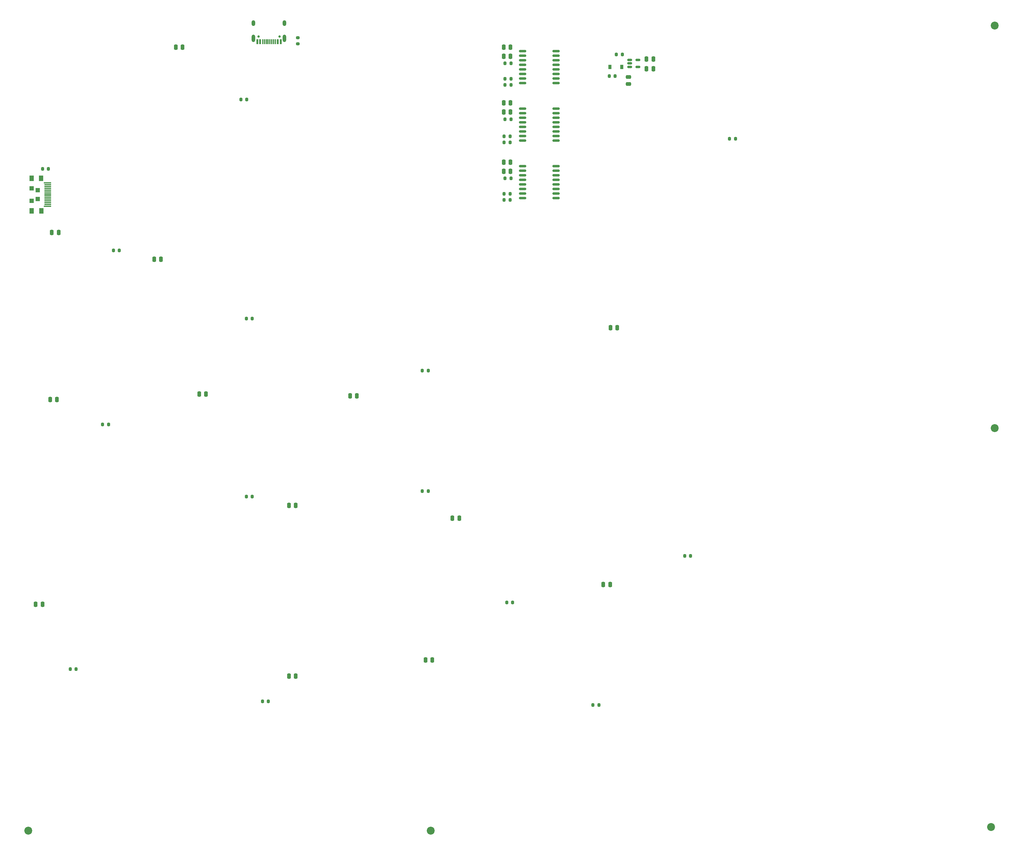
<source format=gbs>
%TF.GenerationSoftware,KiCad,Pcbnew,(6.0.4)*%
%TF.CreationDate,2022-05-26T23:51:16-07:00*%
%TF.ProjectId,bot_R,626f745f-522e-46b6-9963-61645f706362,rev?*%
%TF.SameCoordinates,Original*%
%TF.FileFunction,Soldermask,Bot*%
%TF.FilePolarity,Negative*%
%FSLAX46Y46*%
G04 Gerber Fmt 4.6, Leading zero omitted, Abs format (unit mm)*
G04 Created by KiCad (PCBNEW (6.0.4)) date 2022-05-26 23:51:16*
%MOMM*%
%LPD*%
G01*
G04 APERTURE LIST*
G04 Aperture macros list*
%AMRoundRect*
0 Rectangle with rounded corners*
0 $1 Rounding radius*
0 $2 $3 $4 $5 $6 $7 $8 $9 X,Y pos of 4 corners*
0 Add a 4 corners polygon primitive as box body*
4,1,4,$2,$3,$4,$5,$6,$7,$8,$9,$2,$3,0*
0 Add four circle primitives for the rounded corners*
1,1,$1+$1,$2,$3*
1,1,$1+$1,$4,$5*
1,1,$1+$1,$6,$7*
1,1,$1+$1,$8,$9*
0 Add four rect primitives between the rounded corners*
20,1,$1+$1,$2,$3,$4,$5,0*
20,1,$1+$1,$4,$5,$6,$7,0*
20,1,$1+$1,$6,$7,$8,$9,0*
20,1,$1+$1,$8,$9,$2,$3,0*%
G04 Aperture macros list end*
%ADD10C,2.200000*%
%ADD11RoundRect,0.200000X0.200000X0.275000X-0.200000X0.275000X-0.200000X-0.275000X0.200000X-0.275000X0*%
%ADD12C,0.650000*%
%ADD13R,0.600000X1.450000*%
%ADD14R,0.300000X1.450000*%
%ADD15O,1.000000X1.600000*%
%ADD16O,1.000000X2.100000*%
%ADD17RoundRect,0.250000X0.250000X0.475000X-0.250000X0.475000X-0.250000X-0.475000X0.250000X-0.475000X0*%
%ADD18RoundRect,0.250000X-0.250000X-0.475000X0.250000X-0.475000X0.250000X0.475000X-0.250000X0.475000X0*%
%ADD19RoundRect,0.200000X-0.200000X-0.275000X0.200000X-0.275000X0.200000X0.275000X-0.200000X0.275000X0*%
%ADD20RoundRect,0.150000X-0.512500X-0.150000X0.512500X-0.150000X0.512500X0.150000X-0.512500X0.150000X0*%
%ADD21RoundRect,0.150000X0.875000X0.150000X-0.875000X0.150000X-0.875000X-0.150000X0.875000X-0.150000X0*%
%ADD22RoundRect,0.250000X-0.475000X0.250000X-0.475000X-0.250000X0.475000X-0.250000X0.475000X0.250000X0*%
%ADD23R,0.900000X1.200000*%
%ADD24R,1.825000X0.400000*%
%ADD25R,1.200000X1.500000*%
%ADD26R,1.200000X1.200000*%
%ADD27R,2.012500X0.400000*%
%ADD28RoundRect,0.200000X0.275000X-0.200000X0.275000X0.200000X-0.275000X0.200000X-0.275000X-0.200000X0*%
G04 APERTURE END LIST*
D10*
%TO.C,H5*%
X23000000Y-247000000D03*
%TD*%
%TO.C,H4*%
X135000000Y-247000000D03*
%TD*%
%TO.C,H1*%
X292000000Y-23000000D03*
%TD*%
%TO.C,H2*%
X292000000Y-135000000D03*
%TD*%
%TO.C,H3*%
X291000000Y-246000000D03*
%TD*%
D11*
%TO.C,R12*%
X134325000Y-119000000D03*
X132675000Y-119000000D03*
%TD*%
D12*
%TO.C,J1*%
X87110000Y-25970000D03*
X92890000Y-25970000D03*
D13*
X86750000Y-27415000D03*
X87550000Y-27415000D03*
D14*
X88750000Y-27415000D03*
X89750000Y-27415000D03*
X90250000Y-27415000D03*
X91250000Y-27415000D03*
D13*
X92450000Y-27415000D03*
X93250000Y-27415000D03*
X93250000Y-27415000D03*
X92450000Y-27415000D03*
D14*
X91750000Y-27415000D03*
X90750000Y-27415000D03*
X89250000Y-27415000D03*
X88250000Y-27415000D03*
D13*
X87550000Y-27415000D03*
X86750000Y-27415000D03*
D15*
X94320000Y-22320000D03*
D16*
X85680000Y-26500000D03*
D15*
X85680000Y-22320000D03*
D16*
X94320000Y-26500000D03*
%TD*%
D17*
%TO.C,C13*%
X186950000Y-107000000D03*
X185050000Y-107000000D03*
%TD*%
D11*
%TO.C,R23*%
X188325000Y-31000000D03*
X186675000Y-31000000D03*
%TD*%
%TO.C,R8*%
X157825000Y-183500000D03*
X156175000Y-183500000D03*
%TD*%
%TO.C,R14*%
X45325000Y-134000000D03*
X43675000Y-134000000D03*
%TD*%
D18*
%TO.C,C5*%
X195050000Y-35000000D03*
X196950000Y-35000000D03*
%TD*%
D11*
%TO.C,R22*%
X157325000Y-65500000D03*
X155675000Y-65500000D03*
%TD*%
D17*
%TO.C,C8*%
X157200000Y-31500000D03*
X155300000Y-31500000D03*
%TD*%
D19*
%TO.C,R20*%
X155425000Y-55500000D03*
X157075000Y-55500000D03*
%TD*%
D11*
%TO.C,R13*%
X85325000Y-154000000D03*
X83675000Y-154000000D03*
%TD*%
D17*
%TO.C,C10*%
X142950000Y-160000000D03*
X141050000Y-160000000D03*
%TD*%
D11*
%TO.C,R9*%
X181825000Y-212000000D03*
X180175000Y-212000000D03*
%TD*%
D17*
%TO.C,C1*%
X157200000Y-44500000D03*
X155300000Y-44500000D03*
%TD*%
D20*
%TO.C,U3*%
X190362500Y-34450000D03*
X190362500Y-33500000D03*
X190362500Y-32550000D03*
X192637500Y-32550000D03*
X192637500Y-34450000D03*
%TD*%
D17*
%TO.C,C20*%
X97450000Y-156500000D03*
X95550000Y-156500000D03*
%TD*%
D11*
%TO.C,R10*%
X89825000Y-211000000D03*
X88175000Y-211000000D03*
%TD*%
D19*
%TO.C,R26*%
X155425000Y-71500000D03*
X157075000Y-71500000D03*
%TD*%
D17*
%TO.C,C3*%
X157200000Y-61000000D03*
X155300000Y-61000000D03*
%TD*%
%TO.C,C19*%
X30950000Y-127000000D03*
X29050000Y-127000000D03*
%TD*%
%TO.C,C9*%
X157200000Y-29000000D03*
X155300000Y-29000000D03*
%TD*%
%TO.C,C2*%
X157200000Y-47000000D03*
X155300000Y-47000000D03*
%TD*%
D18*
%TO.C,C6*%
X195050000Y-32250000D03*
X196950000Y-32250000D03*
%TD*%
D21*
%TO.C,U4*%
X169900000Y-62055000D03*
X169900000Y-63325000D03*
X169900000Y-64595000D03*
X169900000Y-65865000D03*
X169900000Y-67135000D03*
X169900000Y-68405000D03*
X169900000Y-69675000D03*
X169900000Y-70945000D03*
X160600000Y-70945000D03*
X160600000Y-69675000D03*
X160600000Y-68405000D03*
X160600000Y-67135000D03*
X160600000Y-65865000D03*
X160600000Y-64595000D03*
X160600000Y-63325000D03*
X160600000Y-62055000D03*
%TD*%
D11*
%TO.C,R18*%
X157325000Y-49000000D03*
X155675000Y-49000000D03*
%TD*%
D22*
%TO.C,C7*%
X190000000Y-37300000D03*
X190000000Y-39200000D03*
%TD*%
D21*
%TO.C,U2*%
X169900000Y-46055000D03*
X169900000Y-47325000D03*
X169900000Y-48595000D03*
X169900000Y-49865000D03*
X169900000Y-51135000D03*
X169900000Y-52405000D03*
X169900000Y-53675000D03*
X169900000Y-54945000D03*
X160600000Y-54945000D03*
X160600000Y-53675000D03*
X160600000Y-52405000D03*
X160600000Y-51135000D03*
X160600000Y-49865000D03*
X160600000Y-48595000D03*
X160600000Y-47325000D03*
X160600000Y-46055000D03*
%TD*%
D23*
%TO.C,D1*%
X188150000Y-34500000D03*
X184850000Y-34500000D03*
%TD*%
D24*
%TO.C,P1*%
X28450000Y-67250000D03*
X28450000Y-68750000D03*
X28450000Y-69250000D03*
X28450000Y-69750000D03*
X28450000Y-70250000D03*
X28450000Y-71750000D03*
X28450000Y-72250000D03*
X28450000Y-72750000D03*
X28450000Y-71250000D03*
X28450000Y-70750000D03*
X28450000Y-68250000D03*
X28450000Y-67750000D03*
D25*
X23950000Y-74550000D03*
X26550000Y-65450000D03*
D26*
X23900000Y-71750000D03*
D25*
X26600000Y-74550000D03*
D27*
X28356250Y-66750000D03*
X28350000Y-73250000D03*
D26*
X25650000Y-68750000D03*
D25*
X23900000Y-65450000D03*
D26*
X23900000Y-68250000D03*
X25650000Y-71250000D03*
%TD*%
D17*
%TO.C,C14*%
X65950000Y-29000000D03*
X64050000Y-29000000D03*
%TD*%
%TO.C,C17*%
X59950000Y-88000000D03*
X58050000Y-88000000D03*
%TD*%
D19*
%TO.C,R3*%
X155675000Y-39500000D03*
X157325000Y-39500000D03*
%TD*%
D28*
%TO.C,R4*%
X98000000Y-28025000D03*
X98000000Y-26375000D03*
%TD*%
D17*
%TO.C,C21*%
X97450000Y-204000000D03*
X95550000Y-204000000D03*
%TD*%
%TO.C,C12*%
X184950000Y-178500000D03*
X183050000Y-178500000D03*
%TD*%
%TO.C,C22*%
X26950000Y-184000000D03*
X25050000Y-184000000D03*
%TD*%
D11*
%TO.C,R17*%
X36325000Y-202000000D03*
X34675000Y-202000000D03*
%TD*%
D17*
%TO.C,C15*%
X114450000Y-126000000D03*
X112550000Y-126000000D03*
%TD*%
D19*
%TO.C,R25*%
X155675000Y-37750000D03*
X157325000Y-37750000D03*
%TD*%
%TO.C,R19*%
X155425000Y-69750000D03*
X157075000Y-69750000D03*
%TD*%
D17*
%TO.C,C4*%
X157200000Y-63500000D03*
X155300000Y-63500000D03*
%TD*%
D11*
%TO.C,R6*%
X219825000Y-54500000D03*
X218175000Y-54500000D03*
%TD*%
D17*
%TO.C,C18*%
X72450000Y-125500000D03*
X70550000Y-125500000D03*
%TD*%
D11*
%TO.C,R1*%
X157325000Y-33500000D03*
X155675000Y-33500000D03*
%TD*%
%TO.C,R7*%
X207325000Y-170500000D03*
X205675000Y-170500000D03*
%TD*%
%TO.C,R16*%
X48325000Y-85500000D03*
X46675000Y-85500000D03*
%TD*%
%TO.C,R15*%
X85325000Y-104500000D03*
X83675000Y-104500000D03*
%TD*%
%TO.C,R21*%
X28585000Y-62800000D03*
X26935000Y-62800000D03*
%TD*%
D17*
%TO.C,C11*%
X135450000Y-199500000D03*
X133550000Y-199500000D03*
%TD*%
D19*
%TO.C,R2*%
X155425000Y-53750000D03*
X157075000Y-53750000D03*
%TD*%
D11*
%TO.C,R11*%
X134325000Y-152500000D03*
X132675000Y-152500000D03*
%TD*%
%TO.C,R5*%
X83825000Y-43500000D03*
X82175000Y-43500000D03*
%TD*%
D19*
%TO.C,R24*%
X184675000Y-37000000D03*
X186325000Y-37000000D03*
%TD*%
D17*
%TO.C,C16*%
X31450000Y-80500000D03*
X29550000Y-80500000D03*
%TD*%
D21*
%TO.C,U1*%
X169900000Y-30055000D03*
X169900000Y-31325000D03*
X169900000Y-32595000D03*
X169900000Y-33865000D03*
X169900000Y-35135000D03*
X169900000Y-36405000D03*
X169900000Y-37675000D03*
X169900000Y-38945000D03*
X160600000Y-38945000D03*
X160600000Y-37675000D03*
X160600000Y-36405000D03*
X160600000Y-35135000D03*
X160600000Y-33865000D03*
X160600000Y-32595000D03*
X160600000Y-31325000D03*
X160600000Y-30055000D03*
%TD*%
M02*

</source>
